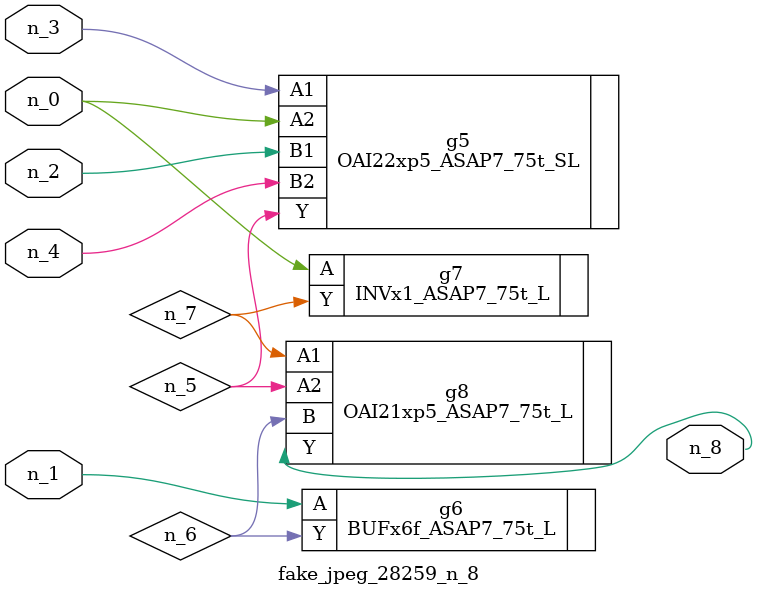
<source format=v>
module fake_jpeg_28259_n_8 (n_3, n_2, n_1, n_0, n_4, n_8);

input n_3;
input n_2;
input n_1;
input n_0;
input n_4;

output n_8;

wire n_6;
wire n_5;
wire n_7;

OAI22xp5_ASAP7_75t_SL g5 ( 
.A1(n_3),
.A2(n_0),
.B1(n_2),
.B2(n_4),
.Y(n_5)
);

BUFx6f_ASAP7_75t_L g6 ( 
.A(n_1),
.Y(n_6)
);

INVx1_ASAP7_75t_L g7 ( 
.A(n_0),
.Y(n_7)
);

OAI21xp5_ASAP7_75t_L g8 ( 
.A1(n_7),
.A2(n_5),
.B(n_6),
.Y(n_8)
);


endmodule
</source>
